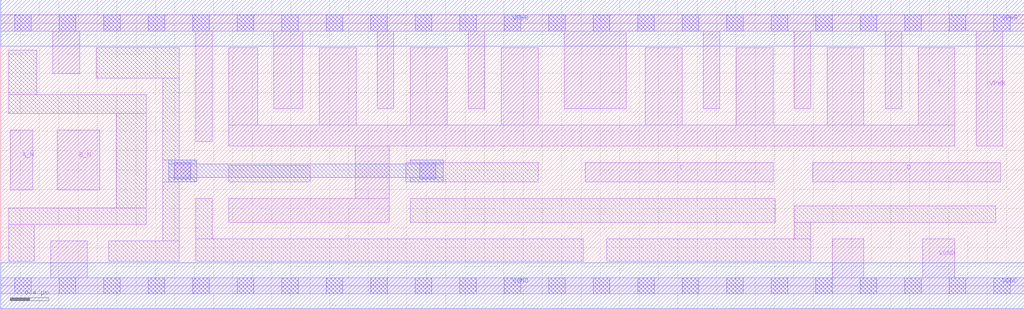
<source format=lef>
# Copyright 2020 The SkyWater PDK Authors
#
# Licensed under the Apache License, Version 2.0 (the "License");
# you may not use this file except in compliance with the License.
# You may obtain a copy of the License at
#
#     https://www.apache.org/licenses/LICENSE-2.0
#
# Unless required by applicable law or agreed to in writing, software
# distributed under the License is distributed on an "AS IS" BASIS,
# WITHOUT WARRANTIES OR CONDITIONS OF ANY KIND, either express or implied.
# See the License for the specific language governing permissions and
# limitations under the License.
#
# SPDX-License-Identifier: Apache-2.0

VERSION 5.7 ;
  NAMESCASESENSITIVE ON ;
  NOWIREEXTENSIONATPIN ON ;
  DIVIDERCHAR "/" ;
  BUSBITCHARS "[]" ;
UNITS
  DATABASE MICRONS 200 ;
END UNITS
PROPERTYDEFINITIONS
  MACRO maskLayoutSubType STRING ;
  MACRO prCellType STRING ;
  MACRO originalViewName STRING ;
END PROPERTYDEFINITIONS
MACRO sky130_fd_sc_hdll__nand4bb_4
  CLASS CORE ;
  FOREIGN sky130_fd_sc_hdll__nand4bb_4 ;
  ORIGIN  0.000000  0.000000 ;
  SIZE  10.58000 BY  2.720000 ;
  SYMMETRY X Y R90 ;
  SITE unithd ;
  PIN A_N
    ANTENNAGATEAREA  0.277500 ;
    DIRECTION INPUT ;
    USE SIGNAL ;
    PORT
      LAYER li1 ;
        RECT 0.100000 0.995000 0.330000 1.615000 ;
    END
  END A_N
  PIN B_N
    ANTENNAGATEAREA  0.277500 ;
    DIRECTION INPUT ;
    USE SIGNAL ;
    PORT
      LAYER li1 ;
        RECT 0.585000 0.995000 1.025000 1.615000 ;
    END
  END B_N
  PIN C
    ANTENNAGATEAREA  1.110000 ;
    DIRECTION INPUT ;
    USE SIGNAL ;
    PORT
      LAYER li1 ;
        RECT 6.045000 1.075000 7.985000 1.275000 ;
    END
  END C
  PIN D
    ANTENNAGATEAREA  1.110000 ;
    DIRECTION INPUT ;
    USE SIGNAL ;
    PORT
      LAYER li1 ;
        RECT 8.395000 1.075000 10.340000 1.275000 ;
    END
  END D
  PIN Y
    ANTENNADIFFAREA  2.736000 ;
    DIRECTION OUTPUT ;
    USE SIGNAL ;
    PORT
      LAYER li1 ;
        RECT 2.355000 0.655000 4.015000 0.905000 ;
        RECT 2.355000 1.445000 9.865000 1.665000 ;
        RECT 2.355000 1.665000 2.655000 2.465000 ;
        RECT 3.295000 1.665000 3.675000 2.465000 ;
        RECT 3.665000 0.905000 4.015000 1.445000 ;
        RECT 4.235000 1.665000 4.615000 2.465000 ;
        RECT 5.175000 1.665000 5.555000 2.465000 ;
        RECT 6.665000 1.665000 7.045000 2.465000 ;
        RECT 7.605000 1.665000 7.985000 2.465000 ;
        RECT 8.545000 1.665000 8.925000 2.465000 ;
        RECT 9.485000 1.665000 9.865000 2.465000 ;
    END
  END Y
  PIN VGND
    DIRECTION INOUT ;
    USE GROUND ;
    PORT
      LAYER li1 ;
        RECT 0.000000 -0.085000 10.580000 0.085000 ;
        RECT 0.515000  0.085000  0.895000 0.465000 ;
        RECT 8.595000  0.085000  8.925000 0.485000 ;
        RECT 9.535000  0.085000  9.865000 0.485000 ;
      LAYER mcon ;
        RECT  0.145000 -0.085000  0.315000 0.085000 ;
        RECT  0.605000 -0.085000  0.775000 0.085000 ;
        RECT  1.065000 -0.085000  1.235000 0.085000 ;
        RECT  1.525000 -0.085000  1.695000 0.085000 ;
        RECT  1.985000 -0.085000  2.155000 0.085000 ;
        RECT  2.445000 -0.085000  2.615000 0.085000 ;
        RECT  2.905000 -0.085000  3.075000 0.085000 ;
        RECT  3.365000 -0.085000  3.535000 0.085000 ;
        RECT  3.825000 -0.085000  3.995000 0.085000 ;
        RECT  4.285000 -0.085000  4.455000 0.085000 ;
        RECT  4.745000 -0.085000  4.915000 0.085000 ;
        RECT  5.205000 -0.085000  5.375000 0.085000 ;
        RECT  5.665000 -0.085000  5.835000 0.085000 ;
        RECT  6.125000 -0.085000  6.295000 0.085000 ;
        RECT  6.585000 -0.085000  6.755000 0.085000 ;
        RECT  7.045000 -0.085000  7.215000 0.085000 ;
        RECT  7.505000 -0.085000  7.675000 0.085000 ;
        RECT  7.965000 -0.085000  8.135000 0.085000 ;
        RECT  8.425000 -0.085000  8.595000 0.085000 ;
        RECT  8.885000 -0.085000  9.055000 0.085000 ;
        RECT  9.345000 -0.085000  9.515000 0.085000 ;
        RECT  9.805000 -0.085000  9.975000 0.085000 ;
        RECT 10.265000 -0.085000 10.435000 0.085000 ;
      LAYER met1 ;
        RECT 0.000000 -0.240000 10.580000 0.240000 ;
    END
  END VGND
  PIN VPWR
    DIRECTION INOUT ;
    USE POWER ;
    PORT
      LAYER li1 ;
        RECT  0.000000 2.635000 10.580000 2.805000 ;
        RECT  0.540000 2.195000  0.815000 2.635000 ;
        RECT  2.015000 1.495000  2.185000 2.635000 ;
        RECT  2.825000 1.835000  3.125000 2.635000 ;
        RECT  3.895000 1.835000  4.065000 2.635000 ;
        RECT  4.835000 1.835000  5.005000 2.635000 ;
        RECT  5.825000 1.835000  6.465000 2.635000 ;
        RECT  7.265000 1.835000  7.435000 2.635000 ;
        RECT  8.205000 1.835000  8.375000 2.635000 ;
        RECT  9.145000 1.835000  9.315000 2.635000 ;
        RECT 10.085000 1.445000 10.360000 2.635000 ;
      LAYER mcon ;
        RECT  0.145000 2.635000  0.315000 2.805000 ;
        RECT  0.605000 2.635000  0.775000 2.805000 ;
        RECT  1.065000 2.635000  1.235000 2.805000 ;
        RECT  1.525000 2.635000  1.695000 2.805000 ;
        RECT  1.985000 2.635000  2.155000 2.805000 ;
        RECT  2.445000 2.635000  2.615000 2.805000 ;
        RECT  2.905000 2.635000  3.075000 2.805000 ;
        RECT  3.365000 2.635000  3.535000 2.805000 ;
        RECT  3.825000 2.635000  3.995000 2.805000 ;
        RECT  4.285000 2.635000  4.455000 2.805000 ;
        RECT  4.745000 2.635000  4.915000 2.805000 ;
        RECT  5.205000 2.635000  5.375000 2.805000 ;
        RECT  5.665000 2.635000  5.835000 2.805000 ;
        RECT  6.125000 2.635000  6.295000 2.805000 ;
        RECT  6.585000 2.635000  6.755000 2.805000 ;
        RECT  7.045000 2.635000  7.215000 2.805000 ;
        RECT  7.505000 2.635000  7.675000 2.805000 ;
        RECT  7.965000 2.635000  8.135000 2.805000 ;
        RECT  8.425000 2.635000  8.595000 2.805000 ;
        RECT  8.885000 2.635000  9.055000 2.805000 ;
        RECT  9.345000 2.635000  9.515000 2.805000 ;
        RECT  9.805000 2.635000  9.975000 2.805000 ;
        RECT 10.265000 2.635000 10.435000 2.805000 ;
      LAYER met1 ;
        RECT 0.000000 2.480000 10.580000 2.960000 ;
    END
  END VPWR
  OBS
    LAYER li1 ;
      RECT 0.085000 0.255000  0.345000 0.635000 ;
      RECT 0.085000 0.635000  1.505000 0.805000 ;
      RECT 0.085000 1.785000  1.505000 1.980000 ;
      RECT 0.085000 1.980000  0.370000 2.440000 ;
      RECT 0.985000 2.150000  1.845000 2.465000 ;
      RECT 1.115000 0.255000  1.845000 0.465000 ;
      RECT 1.195000 0.805000  1.505000 1.785000 ;
      RECT 1.675000 0.465000  1.845000 1.075000 ;
      RECT 1.675000 1.075000  2.025000 1.305000 ;
      RECT 1.675000 1.305000  1.845000 2.150000 ;
      RECT 2.015000 0.255000  6.025000 0.485000 ;
      RECT 2.015000 0.485000  2.185000 0.905000 ;
      RECT 2.355000 1.075000  3.200000 1.245000 ;
      RECT 4.185000 1.075000  5.555000 1.275000 ;
      RECT 4.235000 0.655000  8.010000 0.905000 ;
      RECT 6.265000 0.255000  8.375000 0.485000 ;
      RECT 8.205000 0.485000  8.375000 0.655000 ;
      RECT 8.205000 0.655000 10.285000 0.825000 ;
    LAYER mcon ;
      RECT 1.795000 1.105000 1.965000 1.275000 ;
      RECT 4.330000 1.105000 4.500000 1.275000 ;
    LAYER met1 ;
      RECT 1.735000 1.075000 2.025000 1.120000 ;
      RECT 1.735000 1.120000 4.575000 1.260000 ;
      RECT 1.735000 1.260000 2.025000 1.305000 ;
      RECT 4.235000 1.075000 4.575000 1.120000 ;
      RECT 4.235000 1.260000 4.575000 1.305000 ;
  END
  PROPERTY maskLayoutSubType "abstract" ;
  PROPERTY prCellType "standard" ;
  PROPERTY originalViewName "layout" ;
END sky130_fd_sc_hdll__nand4bb_4

</source>
